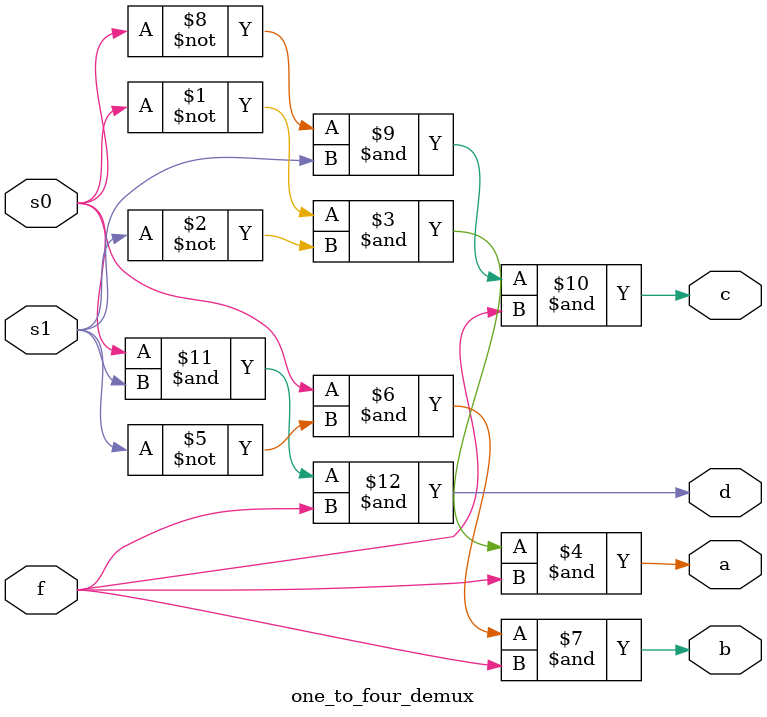
<source format=v>
`timescale 1ns / 1ps


module one_to_four_demux(s0,s1,f,a,b,c,d);
    input s0, s1, f;
    output a,b,c,d;
    assign a = (~s0&~s1&f);
    assign b = (s0&~s1&f);
    assign c = (~s0&s1&f);
    assign d = (s0&s1&f);
endmodule

</source>
